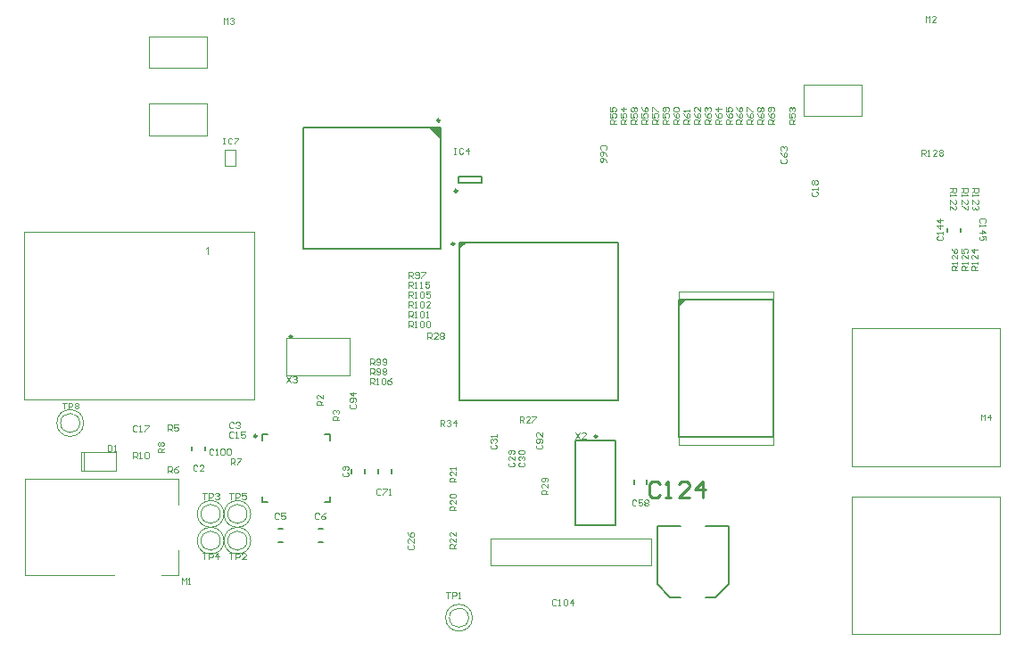
<source format=gto>
G04*
G04 #@! TF.GenerationSoftware,Altium Limited,Altium Designer,19.1.9 (167)*
G04*
G04 Layer_Color=65535*
%FSLAX25Y25*%
%MOIN*%
G70*
G01*
G75*
%ADD10C,0.00984*%
%ADD11C,0.00100*%
%ADD12C,0.00787*%
%ADD13C,0.00200*%
%ADD14C,0.01000*%
%ADD15C,0.00300*%
G36*
X144791Y191601D02*
X140854Y195538D01*
X144791D01*
Y191601D01*
D02*
G37*
G36*
X154138Y152579D02*
X152106Y150547D01*
Y152579D01*
X154138D01*
D02*
G37*
G36*
X236673Y131141D02*
X233917Y128385D01*
X233917Y131141D01*
X236673Y131141D01*
D02*
G37*
D10*
X89453Y117311D02*
G03*
X89453Y117311I-492J0D01*
G01*
X144692Y198097D02*
G03*
X144692Y198097I-492J0D01*
G01*
X203392Y80023D02*
G03*
X203392Y80023I-492J0D01*
G01*
X151179Y171769D02*
G03*
X151179Y171769I-492J0D01*
G01*
X150039Y151988D02*
G03*
X150039Y151988I-492J0D01*
G01*
X76236Y80106D02*
G03*
X76236Y80106I-492J0D01*
G01*
D11*
X11500Y85000D02*
G03*
X11500Y85000I-5000J0D01*
G01*
X10100D02*
G03*
X10100Y85000I-3600J0D01*
G01*
X74000Y51000D02*
G03*
X74000Y51000I-5000J0D01*
G01*
X72600D02*
G03*
X72600Y51000I-3600J0D01*
G01*
X64000Y41000D02*
G03*
X64000Y41000I-5000J0D01*
G01*
X62600D02*
G03*
X62600Y41000I-3600J0D01*
G01*
X64000Y51000D02*
G03*
X64000Y51000I-5000J0D01*
G01*
X62600D02*
G03*
X62600Y51000I-3600J0D01*
G01*
X74000Y41000D02*
G03*
X74000Y41000I-5000J0D01*
G01*
X72600D02*
G03*
X72600Y41000I-3600J0D01*
G01*
X156800Y12200D02*
G03*
X156800Y12200I-5000J0D01*
G01*
X155400D02*
G03*
X155400Y12200I-3600J0D01*
G01*
X87205Y102941D02*
X110827D01*
Y116721D01*
X87205D02*
X110827D01*
X87205Y102941D02*
Y116721D01*
X280773Y211606D02*
X302427D01*
X280773Y199794D02*
Y211606D01*
Y199794D02*
X302427D01*
Y211606D01*
X36023Y229528D02*
X57677D01*
X36023Y217716D02*
Y229528D01*
Y217716D02*
X57677D01*
Y229528D01*
X36023Y204331D02*
X57677D01*
X36023Y192519D02*
Y204331D01*
Y192519D02*
X57677D01*
Y204331D01*
X-10550Y156300D02*
X75450D01*
Y93700D02*
Y156300D01*
X-10550Y93700D02*
X75450D01*
X-10550D02*
Y156300D01*
X298773Y68767D02*
X353893D01*
Y120347D01*
X298773D02*
X353893D01*
X298773Y68767D02*
Y120347D01*
Y5967D02*
X353893D01*
Y57547D01*
X298773D02*
X353893D01*
X298773Y5967D02*
Y57547D01*
X163600Y31700D02*
Y41700D01*
Y31700D02*
X223600D01*
Y41700D01*
X163600D02*
X223600D01*
X40600Y28000D02*
X47100D01*
Y37500D01*
X-10400Y28000D02*
X23100D01*
X-10400D02*
Y64000D01*
X47100D01*
Y54500D02*
Y64000D01*
X68339Y181079D02*
Y186985D01*
X64205Y181079D02*
X68339D01*
X64205D02*
Y186985D01*
X68339D01*
X11500Y67000D02*
X23500D01*
Y74000D01*
X11500D02*
X23500D01*
X11500Y67000D02*
Y74000D01*
X10500Y67000D02*
X11500D01*
Y74000D01*
X10500D02*
X11500D01*
X10500Y67000D02*
Y74000D01*
X234034Y76926D02*
Y134176D01*
X269234D01*
Y76926D02*
Y134176D01*
X234034Y76926D02*
X269234D01*
D12*
X230735Y19714D02*
X234476D01*
X225814Y24635D02*
X230735Y19714D01*
X247665D02*
X252586Y24635D01*
X243924Y19714D02*
X247665D01*
X225814Y24635D02*
Y46486D01*
X234476D01*
X243924D02*
X252586D01*
Y24635D02*
Y46486D01*
X233934Y79951D02*
Y131151D01*
Y79951D02*
X269334D01*
Y131151D01*
X233934D02*
X269334D01*
X140854Y195538D02*
X144791Y191601D01*
X93609Y195538D02*
X144791D01*
X93609Y150262D02*
X144791D01*
Y195538D01*
X93609Y150262D02*
Y195538D01*
X195420Y46952D02*
X210380D01*
X195420Y78448D02*
X210380D01*
Y46952D02*
Y78448D01*
X195420Y46952D02*
Y78448D01*
X151769Y177281D02*
X160431D01*
X151769Y174919D02*
X160431D01*
Y177281D01*
X151769Y174919D02*
Y177281D01*
X152106Y150547D02*
X154138Y152579D01*
X152106Y93524D02*
Y152579D01*
X211161Y93524D02*
Y152579D01*
X152106D02*
X211161D01*
X152106Y93524D02*
X211161D01*
X78303Y78630D02*
Y80697D01*
X80370D01*
X101630D02*
X103697D01*
Y78630D02*
Y80697D01*
Y55303D02*
Y57370D01*
X101630Y55303D02*
X103697D01*
X78303D02*
Y57370D01*
Y55303D02*
X80370D01*
X339197Y156359D02*
Y157934D01*
X334276Y156359D02*
Y157934D01*
X121539Y66213D02*
Y67787D01*
X126461Y66213D02*
Y67787D01*
X222061Y62113D02*
Y63687D01*
X217139Y62113D02*
Y63687D01*
X111539Y66213D02*
Y67787D01*
X116461Y66213D02*
Y67787D01*
X99213Y40539D02*
X100787D01*
X99213Y45461D02*
X100787D01*
X84213D02*
X85787D01*
X84213Y40539D02*
X85787D01*
X56961Y74713D02*
Y76287D01*
X52039Y74713D02*
Y76287D01*
D13*
X57250Y150266D02*
X57517Y150399D01*
X57916Y150799D01*
Y148000D01*
D14*
X226799Y62098D02*
X225799Y63098D01*
X223800D01*
X222800Y62098D01*
Y58100D01*
X223800Y57100D01*
X225799D01*
X226799Y58100D01*
X228798Y57100D02*
X230797D01*
X229798D01*
Y63098D01*
X228798Y62098D01*
X237795Y57100D02*
X233796D01*
X237795Y61099D01*
Y62098D01*
X236795Y63098D01*
X234796D01*
X233796Y62098D01*
X242793Y57100D02*
Y63098D01*
X239794Y60099D01*
X243793D01*
D15*
X339600Y172700D02*
X341899D01*
Y171550D01*
X341516Y171167D01*
X340750D01*
X340366Y171550D01*
Y172700D01*
Y171934D02*
X339600Y171167D01*
Y170401D02*
Y169634D01*
Y170018D01*
X341899D01*
X341516Y170401D01*
X339600Y166952D02*
Y168485D01*
X341133Y166952D01*
X341516D01*
X341899Y167335D01*
Y168102D01*
X341516Y168485D01*
X341899Y166185D02*
Y164653D01*
X341516D01*
X339983Y166185D01*
X339600D01*
X335400Y172700D02*
X337699D01*
Y171550D01*
X337316Y171167D01*
X336550D01*
X336166Y171550D01*
Y172700D01*
Y171934D02*
X335400Y171167D01*
Y170401D02*
Y169634D01*
Y170018D01*
X337699D01*
X337316Y170401D01*
X335400Y166952D02*
Y168485D01*
X336933Y166952D01*
X337316D01*
X337699Y167335D01*
Y168102D01*
X337316Y168485D01*
X335400Y164653D02*
Y166185D01*
X336933Y164653D01*
X337316D01*
X337699Y165036D01*
Y165802D01*
X337316Y166185D01*
X147000Y21899D02*
X148533D01*
X147766D01*
Y19600D01*
X149299D02*
Y21899D01*
X150449D01*
X150832Y21516D01*
Y20750D01*
X150449Y20366D01*
X149299D01*
X151599Y19600D02*
X152365D01*
X151982D01*
Y21899D01*
X151599Y21516D01*
X144900Y83900D02*
Y86199D01*
X146050D01*
X146433Y85816D01*
Y85050D01*
X146050Y84666D01*
X144900D01*
X145666D02*
X146433Y83900D01*
X147199Y85816D02*
X147582Y86199D01*
X148349D01*
X148732Y85816D01*
Y85433D01*
X148349Y85050D01*
X147966D01*
X148349D01*
X148732Y84666D01*
Y84283D01*
X148349Y83900D01*
X147582D01*
X147199Y84283D01*
X150648Y83900D02*
Y86199D01*
X149498Y85050D01*
X151031D01*
X150700Y63000D02*
X148401D01*
Y64150D01*
X148784Y64533D01*
X149550D01*
X149934Y64150D01*
Y63000D01*
Y63766D02*
X150700Y64533D01*
Y66832D02*
Y65299D01*
X149167Y66832D01*
X148784D01*
X148401Y66449D01*
Y65683D01*
X148784Y65299D01*
X150700Y67598D02*
Y68365D01*
Y67982D01*
X148401D01*
X148784Y67598D01*
X188233Y18716D02*
X187850Y19099D01*
X187083D01*
X186700Y18716D01*
Y17183D01*
X187083Y16800D01*
X187850D01*
X188233Y17183D01*
X188999Y16800D02*
X189766D01*
X189383D01*
Y19099D01*
X188999Y18716D01*
X190915D02*
X191298Y19099D01*
X192065D01*
X192448Y18716D01*
Y17183D01*
X192065Y16800D01*
X191298D01*
X190915Y17183D01*
Y18716D01*
X194364Y16800D02*
Y19099D01*
X193215Y17950D01*
X194747D01*
X326200Y234800D02*
Y237099D01*
X326966Y236333D01*
X327733Y237099D01*
Y234800D01*
X330032D02*
X328499D01*
X330032Y236333D01*
Y236716D01*
X329649Y237099D01*
X328883D01*
X328499Y236716D01*
X283911Y171474D02*
X283527Y171091D01*
Y170324D01*
X283911Y169941D01*
X285444D01*
X285827Y170324D01*
Y171091D01*
X285444Y171474D01*
X285827Y172240D02*
Y173007D01*
Y172623D01*
X283527D01*
X283911Y172240D01*
Y174156D02*
X283527Y174539D01*
Y175306D01*
X283911Y175689D01*
X284294D01*
X284677Y175306D01*
X285060Y175689D01*
X285444D01*
X285827Y175306D01*
Y174539D01*
X285444Y174156D01*
X285060D01*
X284677Y174539D01*
X284294Y174156D01*
X283911D01*
X284677Y174539D02*
Y175306D01*
X170584Y70233D02*
X170201Y69850D01*
Y69083D01*
X170584Y68700D01*
X172117D01*
X172500Y69083D01*
Y69850D01*
X172117Y70233D01*
X172500Y72532D02*
Y70999D01*
X170967Y72532D01*
X170584D01*
X170201Y72149D01*
Y71382D01*
X170584Y70999D01*
X172117Y73299D02*
X172500Y73682D01*
Y74448D01*
X172117Y74831D01*
X170584D01*
X170201Y74448D01*
Y73682D01*
X170584Y73299D01*
X170967D01*
X171350Y73682D01*
Y74831D01*
X174484Y70233D02*
X174101Y69850D01*
Y69083D01*
X174484Y68700D01*
X176017D01*
X176400Y69083D01*
Y69850D01*
X176017Y70233D01*
X174484Y70999D02*
X174101Y71382D01*
Y72149D01*
X174484Y72532D01*
X174867D01*
X175250Y72149D01*
Y71766D01*
Y72149D01*
X175634Y72532D01*
X176017D01*
X176400Y72149D01*
Y71382D01*
X176017Y70999D01*
X174484Y73299D02*
X174101Y73682D01*
Y74448D01*
X174484Y74831D01*
X176017D01*
X176400Y74448D01*
Y73682D01*
X176017Y73299D01*
X174484D01*
X163884Y76833D02*
X163501Y76450D01*
Y75683D01*
X163884Y75300D01*
X165417D01*
X165800Y75683D01*
Y76450D01*
X165417Y76833D01*
X163884Y77599D02*
X163501Y77982D01*
Y78749D01*
X163884Y79132D01*
X164267D01*
X164650Y78749D01*
Y78366D01*
Y78749D01*
X165034Y79132D01*
X165417D01*
X165800Y78749D01*
Y77982D01*
X165417Y77599D01*
X165800Y79899D02*
Y80665D01*
Y80282D01*
X163501D01*
X163884Y79899D01*
X218033Y55916D02*
X217650Y56299D01*
X216883D01*
X216500Y55916D01*
Y54383D01*
X216883Y54000D01*
X217650D01*
X218033Y54383D01*
X220332Y56299D02*
X218799D01*
Y55150D01*
X219566Y55533D01*
X219949D01*
X220332Y55150D01*
Y54383D01*
X219949Y54000D01*
X219182D01*
X218799Y54383D01*
X221098Y55916D02*
X221482Y56299D01*
X222248D01*
X222631Y55916D01*
Y55533D01*
X222248Y55150D01*
X222631Y54766D01*
Y54383D01*
X222248Y54000D01*
X221482D01*
X221098Y54383D01*
Y54766D01*
X221482Y55150D01*
X221098Y55533D01*
Y55916D01*
X221482Y55150D02*
X222248D01*
X272359Y183816D02*
X271975Y183433D01*
Y182667D01*
X272359Y182283D01*
X273892D01*
X274275Y182667D01*
Y183433D01*
X273892Y183816D01*
X271975Y186116D02*
X272359Y185349D01*
X273125Y184583D01*
X273892D01*
X274275Y184966D01*
Y185732D01*
X273892Y186116D01*
X273508D01*
X273125Y185732D01*
Y184583D01*
X272359Y186882D02*
X271975Y187265D01*
Y188032D01*
X272359Y188415D01*
X272742D01*
X273125Y188032D01*
Y187648D01*
Y188032D01*
X273508Y188415D01*
X273892D01*
X274275Y188032D01*
Y187265D01*
X273892Y186882D01*
X181084Y76833D02*
X180701Y76450D01*
Y75683D01*
X181084Y75300D01*
X182617D01*
X183000Y75683D01*
Y76450D01*
X182617Y76833D01*
Y77599D02*
X183000Y77982D01*
Y78749D01*
X182617Y79132D01*
X181084D01*
X180701Y78749D01*
Y77982D01*
X181084Y77599D01*
X181467D01*
X181850Y77982D01*
Y79132D01*
X183000Y81431D02*
Y79899D01*
X181467Y81431D01*
X181084D01*
X180701Y81048D01*
Y80282D01*
X181084Y79899D01*
X330784Y154833D02*
X330401Y154450D01*
Y153683D01*
X330784Y153300D01*
X332317D01*
X332700Y153683D01*
Y154450D01*
X332317Y154833D01*
X332700Y155599D02*
Y156366D01*
Y155982D01*
X330401D01*
X330784Y155599D01*
X332700Y158665D02*
X330401D01*
X331550Y157515D01*
Y159048D01*
X332700Y160964D02*
X330401D01*
X331550Y159815D01*
Y161347D01*
X348216Y159867D02*
X348599Y160250D01*
Y161017D01*
X348216Y161400D01*
X346683D01*
X346300Y161017D01*
Y160250D01*
X346683Y159867D01*
X346300Y159101D02*
Y158334D01*
Y158718D01*
X348599D01*
X348216Y159101D01*
X346300Y156035D02*
X348599D01*
X347450Y157185D01*
Y155652D01*
X348599Y153353D02*
Y154885D01*
X347450D01*
X347833Y154119D01*
Y153736D01*
X347450Y153353D01*
X346683D01*
X346300Y153736D01*
Y154502D01*
X346683Y154885D01*
X150000Y187899D02*
X150766D01*
X150383D01*
Y185600D01*
X150000D01*
X150766D01*
X153449Y187516D02*
X153066Y187899D01*
X152299D01*
X151916Y187516D01*
Y185983D01*
X152299Y185600D01*
X153066D01*
X153449Y185983D01*
X155365Y185600D02*
Y187899D01*
X154215Y186750D01*
X155748D01*
X48344Y24683D02*
Y26982D01*
X49111Y26215D01*
X49877Y26982D01*
Y24683D01*
X50644D02*
X51410D01*
X51027D01*
Y26982D01*
X50644Y26599D01*
X174500Y85200D02*
Y87499D01*
X175650D01*
X176033Y87116D01*
Y86350D01*
X175650Y85966D01*
X174500D01*
X175266D02*
X176033Y85200D01*
X178332D02*
X176799D01*
X178332Y86733D01*
Y87116D01*
X177949Y87499D01*
X177182D01*
X176799Y87116D01*
X179098Y87499D02*
X180631D01*
Y87116D01*
X179098Y85583D01*
Y85200D01*
X140000Y116400D02*
Y118699D01*
X141150D01*
X141533Y118316D01*
Y117550D01*
X141150Y117166D01*
X140000D01*
X140766D02*
X141533Y116400D01*
X143832D02*
X142299D01*
X143832Y117933D01*
Y118316D01*
X143449Y118699D01*
X142683D01*
X142299Y118316D01*
X144598D02*
X144982Y118699D01*
X145748D01*
X146131Y118316D01*
Y117933D01*
X145748Y117550D01*
X146131Y117166D01*
Y116783D01*
X145748Y116400D01*
X144982D01*
X144598Y116783D01*
Y117166D01*
X144982Y117550D01*
X144598Y117933D01*
Y118316D01*
X144982Y117550D02*
X145748D01*
X185000Y58400D02*
X182701D01*
Y59550D01*
X183084Y59933D01*
X183850D01*
X184234Y59550D01*
Y58400D01*
Y59166D02*
X185000Y59933D01*
Y62232D02*
Y60699D01*
X183467Y62232D01*
X183084D01*
X182701Y61849D01*
Y61083D01*
X183084Y60699D01*
X184617Y62998D02*
X185000Y63382D01*
Y64148D01*
X184617Y64531D01*
X183084D01*
X182701Y64148D01*
Y63382D01*
X183084Y62998D01*
X183467D01*
X183850Y63382D01*
Y64531D01*
X277424Y196850D02*
X275125D01*
Y198000D01*
X275508Y198383D01*
X276275D01*
X276658Y198000D01*
Y196850D01*
Y197617D02*
X277424Y198383D01*
X275125Y200682D02*
Y199150D01*
X276275D01*
X275892Y199916D01*
Y200299D01*
X276275Y200682D01*
X277041D01*
X277424Y200299D01*
Y199533D01*
X277041Y199150D01*
X275508Y201449D02*
X275125Y201832D01*
Y202599D01*
X275508Y202982D01*
X275892D01*
X276275Y202599D01*
Y202215D01*
Y202599D01*
X276658Y202982D01*
X277041D01*
X277424Y202599D01*
Y201832D01*
X277041Y201449D01*
X214432Y196850D02*
X212133D01*
Y198000D01*
X212516Y198383D01*
X213283D01*
X213666Y198000D01*
Y196850D01*
Y197617D02*
X214432Y198383D01*
X212133Y200682D02*
Y199150D01*
X213283D01*
X212899Y199916D01*
Y200299D01*
X213283Y200682D01*
X214049D01*
X214432Y200299D01*
Y199533D01*
X214049Y199150D01*
X214432Y202599D02*
X212133D01*
X213283Y201449D01*
Y202982D01*
X210495Y196850D02*
X208196D01*
Y198000D01*
X208579Y198383D01*
X209346D01*
X209729Y198000D01*
Y196850D01*
Y197617D02*
X210495Y198383D01*
X208196Y200682D02*
Y199150D01*
X209346D01*
X208962Y199916D01*
Y200299D01*
X209346Y200682D01*
X210112D01*
X210495Y200299D01*
Y199533D01*
X210112Y199150D01*
X208196Y202982D02*
Y201449D01*
X209346D01*
X208962Y202215D01*
Y202599D01*
X209346Y202982D01*
X210112D01*
X210495Y202599D01*
Y201832D01*
X210112Y201449D01*
X222306Y196850D02*
X220007D01*
Y198000D01*
X220390Y198383D01*
X221157D01*
X221540Y198000D01*
Y196850D01*
Y197617D02*
X222306Y198383D01*
X220007Y200682D02*
Y199150D01*
X221157D01*
X220774Y199916D01*
Y200299D01*
X221157Y200682D01*
X221923D01*
X222306Y200299D01*
Y199533D01*
X221923Y199150D01*
X220007Y202982D02*
X220390Y202215D01*
X221157Y201449D01*
X221923D01*
X222306Y201832D01*
Y202599D01*
X221923Y202982D01*
X221540D01*
X221157Y202599D01*
Y201449D01*
X226243Y196850D02*
X223944D01*
Y198000D01*
X224327Y198383D01*
X225094D01*
X225477Y198000D01*
Y196850D01*
Y197617D02*
X226243Y198383D01*
X223944Y200682D02*
Y199150D01*
X225094D01*
X224710Y199916D01*
Y200299D01*
X225094Y200682D01*
X225860D01*
X226243Y200299D01*
Y199533D01*
X225860Y199150D01*
X223944Y201449D02*
Y202982D01*
X224327D01*
X225860Y201449D01*
X226243D01*
X218369Y196850D02*
X216070D01*
Y198000D01*
X216453Y198383D01*
X217220D01*
X217603Y198000D01*
Y196850D01*
Y197617D02*
X218369Y198383D01*
X216070Y200682D02*
Y199150D01*
X217220D01*
X216837Y199916D01*
Y200299D01*
X217220Y200682D01*
X217986D01*
X218369Y200299D01*
Y199533D01*
X217986Y199150D01*
X216453Y201449D02*
X216070Y201832D01*
Y202599D01*
X216453Y202982D01*
X216837D01*
X217220Y202599D01*
X217603Y202982D01*
X217986D01*
X218369Y202599D01*
Y201832D01*
X217986Y201449D01*
X217603D01*
X217220Y201832D01*
X216837Y201449D01*
X216453D01*
X217220Y201832D02*
Y202599D01*
X230180Y196850D02*
X227881D01*
Y198000D01*
X228264Y198383D01*
X229031D01*
X229414Y198000D01*
Y196850D01*
Y197617D02*
X230180Y198383D01*
X227881Y200682D02*
Y199150D01*
X229031D01*
X228647Y199916D01*
Y200299D01*
X229031Y200682D01*
X229797D01*
X230180Y200299D01*
Y199533D01*
X229797Y199150D01*
Y201449D02*
X230180Y201832D01*
Y202599D01*
X229797Y202982D01*
X228264D01*
X227881Y202599D01*
Y201832D01*
X228264Y201449D01*
X228647D01*
X229031Y201832D01*
Y202982D01*
X234117Y196850D02*
X231818D01*
Y198000D01*
X232201Y198383D01*
X232968D01*
X233351Y198000D01*
Y196850D01*
Y197617D02*
X234117Y198383D01*
X231818Y200682D02*
X232201Y199916D01*
X232968Y199150D01*
X233734D01*
X234117Y199533D01*
Y200299D01*
X233734Y200682D01*
X233351D01*
X232968Y200299D01*
Y199150D01*
X232201Y201449D02*
X231818Y201832D01*
Y202599D01*
X232201Y202982D01*
X233734D01*
X234117Y202599D01*
Y201832D01*
X233734Y201449D01*
X232201D01*
X238054Y196850D02*
X235755D01*
Y198000D01*
X236138Y198383D01*
X236905D01*
X237288Y198000D01*
Y196850D01*
Y197617D02*
X238054Y198383D01*
X235755Y200682D02*
X236138Y199916D01*
X236905Y199150D01*
X237671D01*
X238054Y199533D01*
Y200299D01*
X237671Y200682D01*
X237288D01*
X236905Y200299D01*
Y199150D01*
X238054Y201449D02*
Y202215D01*
Y201832D01*
X235755D01*
X236138Y201449D01*
X241991Y196850D02*
X239692D01*
Y198000D01*
X240075Y198383D01*
X240842D01*
X241225Y198000D01*
Y196850D01*
Y197617D02*
X241991Y198383D01*
X239692Y200682D02*
X240075Y199916D01*
X240842Y199150D01*
X241608D01*
X241991Y199533D01*
Y200299D01*
X241608Y200682D01*
X241225D01*
X240842Y200299D01*
Y199150D01*
X241991Y202982D02*
Y201449D01*
X240458Y202982D01*
X240075D01*
X239692Y202599D01*
Y201832D01*
X240075Y201449D01*
X245928Y196850D02*
X243629D01*
Y198000D01*
X244012Y198383D01*
X244779D01*
X245162Y198000D01*
Y196850D01*
Y197617D02*
X245928Y198383D01*
X243629Y200682D02*
X244012Y199916D01*
X244779Y199150D01*
X245545D01*
X245928Y199533D01*
Y200299D01*
X245545Y200682D01*
X245162D01*
X244779Y200299D01*
Y199150D01*
X244012Y201449D02*
X243629Y201832D01*
Y202599D01*
X244012Y202982D01*
X244395D01*
X244779Y202599D01*
Y202215D01*
Y202599D01*
X245162Y202982D01*
X245545D01*
X245928Y202599D01*
Y201832D01*
X245545Y201449D01*
X249865Y196850D02*
X247566D01*
Y198000D01*
X247949Y198383D01*
X248716D01*
X249099Y198000D01*
Y196850D01*
Y197617D02*
X249865Y198383D01*
X247566Y200682D02*
X247949Y199916D01*
X248716Y199150D01*
X249482D01*
X249865Y199533D01*
Y200299D01*
X249482Y200682D01*
X249099D01*
X248716Y200299D01*
Y199150D01*
X249865Y202599D02*
X247566D01*
X248716Y201449D01*
Y202982D01*
X253802Y196850D02*
X251503D01*
Y198000D01*
X251886Y198383D01*
X252653D01*
X253036Y198000D01*
Y196850D01*
Y197617D02*
X253802Y198383D01*
X251503Y200682D02*
X251886Y199916D01*
X252653Y199150D01*
X253419D01*
X253802Y199533D01*
Y200299D01*
X253419Y200682D01*
X253036D01*
X252653Y200299D01*
Y199150D01*
X251503Y202982D02*
Y201449D01*
X252653D01*
X252270Y202215D01*
Y202599D01*
X252653Y202982D01*
X253419D01*
X253802Y202599D01*
Y201832D01*
X253419Y201449D01*
X257739Y196850D02*
X255440D01*
Y198000D01*
X255823Y198383D01*
X256590D01*
X256973Y198000D01*
Y196850D01*
Y197617D02*
X257739Y198383D01*
X255440Y200682D02*
X255823Y199916D01*
X256590Y199150D01*
X257356D01*
X257739Y199533D01*
Y200299D01*
X257356Y200682D01*
X256973D01*
X256590Y200299D01*
Y199150D01*
X255440Y202982D02*
X255823Y202215D01*
X256590Y201449D01*
X257356D01*
X257739Y201832D01*
Y202599D01*
X257356Y202982D01*
X256973D01*
X256590Y202599D01*
Y201449D01*
X261676Y196850D02*
X259377D01*
Y198000D01*
X259760Y198383D01*
X260527D01*
X260910Y198000D01*
Y196850D01*
Y197617D02*
X261676Y198383D01*
X259377Y200682D02*
X259760Y199916D01*
X260527Y199150D01*
X261293D01*
X261676Y199533D01*
Y200299D01*
X261293Y200682D01*
X260910D01*
X260527Y200299D01*
Y199150D01*
X259377Y201449D02*
Y202982D01*
X259760D01*
X261293Y201449D01*
X261676D01*
X265613Y196850D02*
X263314D01*
Y198000D01*
X263697Y198383D01*
X264464D01*
X264847Y198000D01*
Y196850D01*
Y197617D02*
X265613Y198383D01*
X263314Y200682D02*
X263697Y199916D01*
X264464Y199150D01*
X265230D01*
X265613Y199533D01*
Y200299D01*
X265230Y200682D01*
X264847D01*
X264464Y200299D01*
Y199150D01*
X263697Y201449D02*
X263314Y201832D01*
Y202599D01*
X263697Y202982D01*
X264081D01*
X264464Y202599D01*
X264847Y202982D01*
X265230D01*
X265613Y202599D01*
Y201832D01*
X265230Y201449D01*
X264847D01*
X264464Y201832D01*
X264081Y201449D01*
X263697D01*
X264464Y201832D02*
Y202599D01*
X269550Y196850D02*
X267251D01*
Y198000D01*
X267634Y198383D01*
X268401D01*
X268784Y198000D01*
Y196850D01*
Y197617D02*
X269550Y198383D01*
X267251Y200682D02*
X267634Y199916D01*
X268401Y199150D01*
X269167D01*
X269550Y199533D01*
Y200299D01*
X269167Y200682D01*
X268784D01*
X268401Y200299D01*
Y199150D01*
X269167Y201449D02*
X269550Y201832D01*
Y202599D01*
X269167Y202982D01*
X267634D01*
X267251Y202599D01*
Y201832D01*
X267634Y201449D01*
X268018D01*
X268401Y201832D01*
Y202982D01*
X133000Y128200D02*
Y130499D01*
X134150D01*
X134533Y130116D01*
Y129350D01*
X134150Y128966D01*
X133000D01*
X133766D02*
X134533Y128200D01*
X135299D02*
X136066D01*
X135682D01*
Y130499D01*
X135299Y130116D01*
X137215D02*
X137599Y130499D01*
X138365D01*
X138748Y130116D01*
Y128583D01*
X138365Y128200D01*
X137599D01*
X137215Y128583D01*
Y130116D01*
X141047Y128200D02*
X139515D01*
X141047Y129733D01*
Y130116D01*
X140664Y130499D01*
X139898D01*
X139515Y130116D01*
X343600Y172700D02*
X345899D01*
Y171550D01*
X345516Y171167D01*
X344750D01*
X344366Y171550D01*
Y172700D01*
Y171934D02*
X343600Y171167D01*
Y170401D02*
Y169634D01*
Y170018D01*
X345899D01*
X345516Y170401D01*
X343600Y166952D02*
Y168485D01*
X345133Y166952D01*
X345516D01*
X345899Y167335D01*
Y168102D01*
X345516Y168485D01*
Y166185D02*
X345899Y165802D01*
Y165036D01*
X345516Y164653D01*
X345133D01*
X344750Y165036D01*
Y165419D01*
Y165036D01*
X344366Y164653D01*
X343983D01*
X343600Y165036D01*
Y165802D01*
X343983Y166185D01*
X345500Y142100D02*
X343201D01*
Y143250D01*
X343584Y143633D01*
X344350D01*
X344734Y143250D01*
Y142100D01*
Y142866D02*
X345500Y143633D01*
Y144399D02*
Y145166D01*
Y144782D01*
X343201D01*
X343584Y144399D01*
X345500Y147848D02*
Y146315D01*
X343967Y147848D01*
X343584D01*
X343201Y147465D01*
Y146698D01*
X343584Y146315D01*
X345500Y149764D02*
X343201D01*
X344350Y148615D01*
Y150147D01*
X341837Y142100D02*
X339538D01*
Y143250D01*
X339921Y143633D01*
X340688D01*
X341071Y143250D01*
Y142100D01*
Y142866D02*
X341837Y143633D01*
Y144399D02*
Y145166D01*
Y144782D01*
X339538D01*
X339921Y144399D01*
X341837Y147848D02*
Y146315D01*
X340304Y147848D01*
X339921D01*
X339538Y147465D01*
Y146698D01*
X339921Y146315D01*
X339538Y150147D02*
Y148615D01*
X340688D01*
X340304Y149381D01*
Y149764D01*
X340688Y150147D01*
X341454D01*
X341837Y149764D01*
Y148998D01*
X341454Y148615D01*
X338100Y142100D02*
X335801D01*
Y143250D01*
X336184Y143633D01*
X336950D01*
X337334Y143250D01*
Y142100D01*
Y142866D02*
X338100Y143633D01*
Y144399D02*
Y145166D01*
Y144782D01*
X335801D01*
X336184Y144399D01*
X338100Y147848D02*
Y146315D01*
X336567Y147848D01*
X336184D01*
X335801Y147465D01*
Y146698D01*
X336184Y146315D01*
X335801Y150147D02*
X336184Y149381D01*
X336950Y148615D01*
X337717D01*
X338100Y148998D01*
Y149764D01*
X337717Y150147D01*
X337334D01*
X336950Y149764D01*
Y148615D01*
X324666Y184948D02*
Y187247D01*
X325816D01*
X326199Y186864D01*
Y186097D01*
X325816Y185714D01*
X324666D01*
X325433D02*
X326199Y184948D01*
X326966D02*
X327732D01*
X327349D01*
Y187247D01*
X326966Y186864D01*
X330415Y184948D02*
X328882D01*
X330415Y186481D01*
Y186864D01*
X330031Y187247D01*
X329265D01*
X328882Y186864D01*
X331181D02*
X331564Y187247D01*
X332331D01*
X332714Y186864D01*
Y186481D01*
X332331Y186097D01*
X332714Y185714D01*
Y185331D01*
X332331Y184948D01*
X331564D01*
X331181Y185331D01*
Y185714D01*
X331564Y186097D01*
X331181Y186481D01*
Y186864D01*
X331564Y186097D02*
X332331D01*
X195300Y81499D02*
X196833Y79200D01*
Y81499D02*
X195300Y79200D01*
X199132D02*
X197599D01*
X199132Y80733D01*
Y81116D01*
X198749Y81499D01*
X197983D01*
X197599Y81116D01*
X54033Y68916D02*
X53650Y69299D01*
X52883D01*
X52500Y68916D01*
Y67383D01*
X52883Y67000D01*
X53650D01*
X54033Y67383D01*
X56332Y67000D02*
X54799D01*
X56332Y68533D01*
Y68916D01*
X55949Y69299D01*
X55182D01*
X54799Y68916D01*
X67633Y84916D02*
X67250Y85299D01*
X66483D01*
X66100Y84916D01*
Y83383D01*
X66483Y83000D01*
X67250D01*
X67633Y83383D01*
X68399Y84916D02*
X68783Y85299D01*
X69549D01*
X69932Y84916D01*
Y84533D01*
X69549Y84150D01*
X69166D01*
X69549D01*
X69932Y83766D01*
Y83383D01*
X69549Y83000D01*
X68783D01*
X68399Y83383D01*
X84533Y50916D02*
X84150Y51299D01*
X83383D01*
X83000Y50916D01*
Y49383D01*
X83383Y49000D01*
X84150D01*
X84533Y49383D01*
X86832Y51299D02*
X85299D01*
Y50150D01*
X86066Y50533D01*
X86449D01*
X86832Y50150D01*
Y49383D01*
X86449Y49000D01*
X85682D01*
X85299Y49383D01*
X99533Y50916D02*
X99150Y51299D01*
X98383D01*
X98000Y50916D01*
Y49383D01*
X98383Y49000D01*
X99150D01*
X99533Y49383D01*
X101832Y51299D02*
X101066Y50916D01*
X100299Y50150D01*
Y49383D01*
X100682Y49000D01*
X101449D01*
X101832Y49383D01*
Y49766D01*
X101449Y50150D01*
X100299D01*
X108584Y66533D02*
X108201Y66150D01*
Y65383D01*
X108584Y65000D01*
X110117D01*
X110500Y65383D01*
Y66150D01*
X110117Y66533D01*
Y67299D02*
X110500Y67682D01*
Y68449D01*
X110117Y68832D01*
X108584D01*
X108201Y68449D01*
Y67682D01*
X108584Y67299D01*
X108967D01*
X109350Y67682D01*
Y68832D01*
X67633Y81316D02*
X67250Y81699D01*
X66483D01*
X66100Y81316D01*
Y79783D01*
X66483Y79400D01*
X67250D01*
X67633Y79783D01*
X68399Y79400D02*
X69166D01*
X68783D01*
Y81699D01*
X68399Y81316D01*
X71848Y81699D02*
X70315D01*
Y80550D01*
X71082Y80933D01*
X71465D01*
X71848Y80550D01*
Y79783D01*
X71465Y79400D01*
X70698D01*
X70315Y79783D01*
X132984Y39433D02*
X132601Y39050D01*
Y38283D01*
X132984Y37900D01*
X134517D01*
X134900Y38283D01*
Y39050D01*
X134517Y39433D01*
X134900Y41732D02*
Y40199D01*
X133367Y41732D01*
X132984D01*
X132601Y41349D01*
Y40582D01*
X132984Y40199D01*
X132601Y44031D02*
X132984Y43265D01*
X133750Y42498D01*
X134517D01*
X134900Y42882D01*
Y43648D01*
X134517Y44031D01*
X134134D01*
X133750Y43648D01*
Y42498D01*
X206487Y187181D02*
X206870Y187564D01*
Y188330D01*
X206487Y188713D01*
X204954D01*
X204571Y188330D01*
Y187564D01*
X204954Y187181D01*
X206870Y184881D02*
X206487Y185648D01*
X205720Y186414D01*
X204954D01*
X204571Y186031D01*
Y185265D01*
X204954Y184881D01*
X205337D01*
X205720Y185265D01*
Y186414D01*
X206870Y182582D02*
X206487Y183349D01*
X205720Y184115D01*
X204954D01*
X204571Y183732D01*
Y182965D01*
X204954Y182582D01*
X205337D01*
X205720Y182965D01*
Y184115D01*
X122533Y60016D02*
X122150Y60399D01*
X121383D01*
X121000Y60016D01*
Y58483D01*
X121383Y58100D01*
X122150D01*
X122533Y58483D01*
X123299Y60399D02*
X124832D01*
Y60016D01*
X123299Y58483D01*
Y58100D01*
X125599D02*
X126365D01*
X125982D01*
Y60399D01*
X125599Y60016D01*
X20500Y76799D02*
Y74500D01*
X21650D01*
X22033Y74883D01*
Y76416D01*
X21650Y76799D01*
X20500D01*
X22799Y74500D02*
X23566D01*
X23182D01*
Y76799D01*
X22799Y76416D01*
X346825Y85980D02*
Y88280D01*
X347592Y87513D01*
X348358Y88280D01*
Y85980D01*
X350274D02*
Y88280D01*
X349125Y87130D01*
X350657D01*
X63900Y234200D02*
Y236499D01*
X64666Y235733D01*
X65433Y236499D01*
Y234200D01*
X66199Y236116D02*
X66583Y236499D01*
X67349D01*
X67732Y236116D01*
Y235733D01*
X67349Y235350D01*
X66966D01*
X67349D01*
X67732Y234966D01*
Y234583D01*
X67349Y234200D01*
X66583D01*
X66199Y234583D01*
X100900Y91700D02*
X98601D01*
Y92850D01*
X98984Y93233D01*
X99750D01*
X100134Y92850D01*
Y91700D01*
Y92466D02*
X100900Y93233D01*
Y95532D02*
Y93999D01*
X99367Y95532D01*
X98984D01*
X98601Y95149D01*
Y94383D01*
X98984Y93999D01*
X107000Y86000D02*
X104701D01*
Y87150D01*
X105084Y87533D01*
X105850D01*
X106234Y87150D01*
Y86000D01*
Y86766D02*
X107000Y87533D01*
X105084Y88299D02*
X104701Y88683D01*
Y89449D01*
X105084Y89832D01*
X105467D01*
X105850Y89449D01*
Y89066D01*
Y89449D01*
X106234Y89832D01*
X106617D01*
X107000Y89449D01*
Y88683D01*
X106617Y88299D01*
X43000Y82000D02*
Y84299D01*
X44150D01*
X44533Y83916D01*
Y83150D01*
X44150Y82766D01*
X43000D01*
X43766D02*
X44533Y82000D01*
X46832Y84299D02*
X45299D01*
Y83150D01*
X46066Y83533D01*
X46449D01*
X46832Y83150D01*
Y82383D01*
X46449Y82000D01*
X45682D01*
X45299Y82383D01*
X43000Y66500D02*
Y68799D01*
X44150D01*
X44533Y68416D01*
Y67650D01*
X44150Y67266D01*
X43000D01*
X43766D02*
X44533Y66500D01*
X46832Y68799D02*
X46066Y68416D01*
X45299Y67650D01*
Y66883D01*
X45682Y66500D01*
X46449D01*
X46832Y66883D01*
Y67266D01*
X46449Y67650D01*
X45299D01*
X66500Y69500D02*
Y71799D01*
X67650D01*
X68033Y71416D01*
Y70650D01*
X67650Y70266D01*
X66500D01*
X67266D02*
X68033Y69500D01*
X68799Y71799D02*
X70332D01*
Y71416D01*
X68799Y69883D01*
Y69500D01*
X41500Y74000D02*
X39201D01*
Y75150D01*
X39584Y75533D01*
X40350D01*
X40734Y75150D01*
Y74000D01*
Y74766D02*
X41500Y75533D01*
X39584Y76299D02*
X39201Y76683D01*
Y77449D01*
X39584Y77832D01*
X39967D01*
X40350Y77449D01*
X40734Y77832D01*
X41117D01*
X41500Y77449D01*
Y76683D01*
X41117Y76299D01*
X40734D01*
X40350Y76683D01*
X39967Y76299D01*
X39584D01*
X40350Y76683D02*
Y77449D01*
X30100Y71800D02*
Y74099D01*
X31250D01*
X31633Y73716D01*
Y72950D01*
X31250Y72566D01*
X30100D01*
X30866D02*
X31633Y71800D01*
X32399D02*
X33166D01*
X32783D01*
Y74099D01*
X32399Y73716D01*
X34315D02*
X34699Y74099D01*
X35465D01*
X35848Y73716D01*
Y72183D01*
X35465Y71800D01*
X34699D01*
X34315Y72183D01*
Y73716D01*
X150700Y52400D02*
X148401D01*
Y53550D01*
X148784Y53933D01*
X149550D01*
X149934Y53550D01*
Y52400D01*
Y53166D02*
X150700Y53933D01*
Y56232D02*
Y54699D01*
X149167Y56232D01*
X148784D01*
X148401Y55849D01*
Y55082D01*
X148784Y54699D01*
Y56998D02*
X148401Y57382D01*
Y58148D01*
X148784Y58531D01*
X150317D01*
X150700Y58148D01*
Y57382D01*
X150317Y56998D01*
X148784D01*
X150600Y38100D02*
X148301D01*
Y39250D01*
X148684Y39633D01*
X149450D01*
X149834Y39250D01*
Y38100D01*
Y38866D02*
X150600Y39633D01*
Y41932D02*
Y40399D01*
X149067Y41932D01*
X148684D01*
X148301Y41549D01*
Y40782D01*
X148684Y40399D01*
X150600Y44231D02*
Y42698D01*
X149067Y44231D01*
X148684D01*
X148301Y43848D01*
Y43082D01*
X148684Y42698D01*
X3600Y92599D02*
X5133D01*
X4366D01*
Y90300D01*
X5899D02*
Y92599D01*
X7049D01*
X7432Y92216D01*
Y91450D01*
X7049Y91066D01*
X5899D01*
X8198Y92216D02*
X8582Y92599D01*
X9348D01*
X9731Y92216D01*
Y91833D01*
X9348Y91450D01*
X9731Y91066D01*
Y90683D01*
X9348Y90300D01*
X8582D01*
X8198Y90683D01*
Y91066D01*
X8582Y91450D01*
X8198Y91833D01*
Y92216D01*
X8582Y91450D02*
X9348D01*
X56000Y58799D02*
X57533D01*
X56766D01*
Y56500D01*
X58299D02*
Y58799D01*
X59449D01*
X59832Y58416D01*
Y57650D01*
X59449Y57266D01*
X58299D01*
X60598Y58416D02*
X60982Y58799D01*
X61748D01*
X62131Y58416D01*
Y58033D01*
X61748Y57650D01*
X61365D01*
X61748D01*
X62131Y57266D01*
Y56883D01*
X61748Y56500D01*
X60982D01*
X60598Y56883D01*
X56000Y36299D02*
X57533D01*
X56766D01*
Y34000D01*
X58299D02*
Y36299D01*
X59449D01*
X59832Y35916D01*
Y35150D01*
X59449Y34766D01*
X58299D01*
X61748Y34000D02*
Y36299D01*
X60598Y35150D01*
X62131D01*
X66000Y58799D02*
X67533D01*
X66766D01*
Y56500D01*
X68299D02*
Y58799D01*
X69449D01*
X69832Y58416D01*
Y57650D01*
X69449Y57266D01*
X68299D01*
X72131Y58799D02*
X70599D01*
Y57650D01*
X71365Y58033D01*
X71748D01*
X72131Y57650D01*
Y56883D01*
X71748Y56500D01*
X70982D01*
X70599Y56883D01*
X66000Y36299D02*
X67533D01*
X66766D01*
Y34000D01*
X68299D02*
Y36299D01*
X69449D01*
X69832Y35916D01*
Y35150D01*
X69449Y34766D01*
X68299D01*
X72131Y34000D02*
X70599D01*
X72131Y35533D01*
Y35916D01*
X71748Y36299D01*
X70982D01*
X70599Y35916D01*
X63600Y191599D02*
X64366D01*
X63983D01*
Y189300D01*
X63600D01*
X64366D01*
X67049Y191216D02*
X66666Y191599D01*
X65899D01*
X65516Y191216D01*
Y189683D01*
X65899Y189300D01*
X66666D01*
X67049Y189683D01*
X67815Y191599D02*
X69348D01*
Y191216D01*
X67815Y189683D01*
Y189300D01*
X118600Y99500D02*
Y101799D01*
X119750D01*
X120133Y101416D01*
Y100650D01*
X119750Y100266D01*
X118600D01*
X119366D02*
X120133Y99500D01*
X120899D02*
X121666D01*
X121282D01*
Y101799D01*
X120899Y101416D01*
X122815D02*
X123198Y101799D01*
X123965D01*
X124348Y101416D01*
Y99883D01*
X123965Y99500D01*
X123198D01*
X122815Y99883D01*
Y101416D01*
X126647Y101799D02*
X125881Y101416D01*
X125115Y100650D01*
Y99883D01*
X125498Y99500D01*
X126264D01*
X126647Y99883D01*
Y100266D01*
X126264Y100650D01*
X125115D01*
X133000Y139200D02*
Y141499D01*
X134150D01*
X134533Y141116D01*
Y140350D01*
X134150Y139966D01*
X133000D01*
X133766D02*
X134533Y139200D01*
X135299Y139583D02*
X135682Y139200D01*
X136449D01*
X136832Y139583D01*
Y141116D01*
X136449Y141499D01*
X135682D01*
X135299Y141116D01*
Y140733D01*
X135682Y140350D01*
X136832D01*
X137599Y141499D02*
X139131D01*
Y141116D01*
X137599Y139583D01*
Y139200D01*
X87300Y102499D02*
X88833Y100200D01*
Y102499D02*
X87300Y100200D01*
X89599Y102116D02*
X89982Y102499D01*
X90749D01*
X91132Y102116D01*
Y101733D01*
X90749Y101350D01*
X90366D01*
X90749D01*
X91132Y100966D01*
Y100583D01*
X90749Y100200D01*
X89982D01*
X89599Y100583D01*
X31633Y83716D02*
X31250Y84099D01*
X30483D01*
X30100Y83716D01*
Y82183D01*
X30483Y81800D01*
X31250D01*
X31633Y82183D01*
X32399Y81800D02*
X33166D01*
X32783D01*
Y84099D01*
X32399Y83716D01*
X34315Y84099D02*
X35848D01*
Y83716D01*
X34315Y82183D01*
Y81800D01*
X111384Y92033D02*
X111001Y91650D01*
Y90883D01*
X111384Y90500D01*
X112917D01*
X113300Y90883D01*
Y91650D01*
X112917Y92033D01*
Y92799D02*
X113300Y93182D01*
Y93949D01*
X112917Y94332D01*
X111384D01*
X111001Y93949D01*
Y93182D01*
X111384Y92799D01*
X111767D01*
X112150Y93182D01*
Y94332D01*
X113300Y96248D02*
X111001D01*
X112150Y95099D01*
Y96631D01*
X60033Y74916D02*
X59650Y75299D01*
X58883D01*
X58500Y74916D01*
Y73383D01*
X58883Y73000D01*
X59650D01*
X60033Y73383D01*
X60799Y73000D02*
X61566D01*
X61182D01*
Y75299D01*
X60799Y74916D01*
X62715D02*
X63099Y75299D01*
X63865D01*
X64248Y74916D01*
Y73383D01*
X63865Y73000D01*
X63099D01*
X62715Y73383D01*
Y74916D01*
X65015D02*
X65398Y75299D01*
X66164D01*
X66547Y74916D01*
Y73383D01*
X66164Y73000D01*
X65398D01*
X65015Y73383D01*
Y74916D01*
X118600Y103100D02*
Y105399D01*
X119750D01*
X120133Y105016D01*
Y104250D01*
X119750Y103866D01*
X118600D01*
X119366D02*
X120133Y103100D01*
X120899Y103483D02*
X121282Y103100D01*
X122049D01*
X122432Y103483D01*
Y105016D01*
X122049Y105399D01*
X121282D01*
X120899Y105016D01*
Y104633D01*
X121282Y104250D01*
X122432D01*
X123198Y105016D02*
X123582Y105399D01*
X124348D01*
X124731Y105016D01*
Y104633D01*
X124348Y104250D01*
X124731Y103866D01*
Y103483D01*
X124348Y103100D01*
X123582D01*
X123198Y103483D01*
Y103866D01*
X123582Y104250D01*
X123198Y104633D01*
Y105016D01*
X123582Y104250D02*
X124348D01*
X118600Y106700D02*
Y108999D01*
X119750D01*
X120133Y108616D01*
Y107850D01*
X119750Y107466D01*
X118600D01*
X119366D02*
X120133Y106700D01*
X120899Y107083D02*
X121282Y106700D01*
X122049D01*
X122432Y107083D01*
Y108616D01*
X122049Y108999D01*
X121282D01*
X120899Y108616D01*
Y108233D01*
X121282Y107850D01*
X122432D01*
X123198Y107083D02*
X123582Y106700D01*
X124348D01*
X124731Y107083D01*
Y108616D01*
X124348Y108999D01*
X123582D01*
X123198Y108616D01*
Y108233D01*
X123582Y107850D01*
X124731D01*
X133000Y120800D02*
Y123099D01*
X134150D01*
X134533Y122716D01*
Y121950D01*
X134150Y121566D01*
X133000D01*
X133766D02*
X134533Y120800D01*
X135299D02*
X136066D01*
X135682D01*
Y123099D01*
X135299Y122716D01*
X137215D02*
X137599Y123099D01*
X138365D01*
X138748Y122716D01*
Y121183D01*
X138365Y120800D01*
X137599D01*
X137215Y121183D01*
Y122716D01*
X139515D02*
X139898Y123099D01*
X140664D01*
X141047Y122716D01*
Y121183D01*
X140664Y120800D01*
X139898D01*
X139515Y121183D01*
Y122716D01*
X133000Y124500D02*
Y126799D01*
X134150D01*
X134533Y126416D01*
Y125650D01*
X134150Y125266D01*
X133000D01*
X133766D02*
X134533Y124500D01*
X135299D02*
X136066D01*
X135682D01*
Y126799D01*
X135299Y126416D01*
X137215D02*
X137599Y126799D01*
X138365D01*
X138748Y126416D01*
Y124883D01*
X138365Y124500D01*
X137599D01*
X137215Y124883D01*
Y126416D01*
X139515Y124500D02*
X140281D01*
X139898D01*
Y126799D01*
X139515Y126416D01*
X133000Y131900D02*
Y134199D01*
X134150D01*
X134533Y133816D01*
Y133050D01*
X134150Y132666D01*
X133000D01*
X133766D02*
X134533Y131900D01*
X135299D02*
X136066D01*
X135682D01*
Y134199D01*
X135299Y133816D01*
X137215D02*
X137599Y134199D01*
X138365D01*
X138748Y133816D01*
Y132283D01*
X138365Y131900D01*
X137599D01*
X137215Y132283D01*
Y133816D01*
X141047Y134199D02*
X139515D01*
Y133050D01*
X140281Y133433D01*
X140664D01*
X141047Y133050D01*
Y132283D01*
X140664Y131900D01*
X139898D01*
X139515Y132283D01*
X133000Y135600D02*
Y137899D01*
X134150D01*
X134533Y137516D01*
Y136750D01*
X134150Y136366D01*
X133000D01*
X133766D02*
X134533Y135600D01*
X135299D02*
X136066D01*
X135682D01*
Y137899D01*
X135299Y137516D01*
X137215Y135600D02*
X137982D01*
X137599D01*
Y137899D01*
X137215Y137516D01*
X140664Y137899D02*
X139131D01*
Y136750D01*
X139898Y137133D01*
X140281D01*
X140664Y136750D01*
Y135983D01*
X140281Y135600D01*
X139515D01*
X139131Y135983D01*
M02*

</source>
